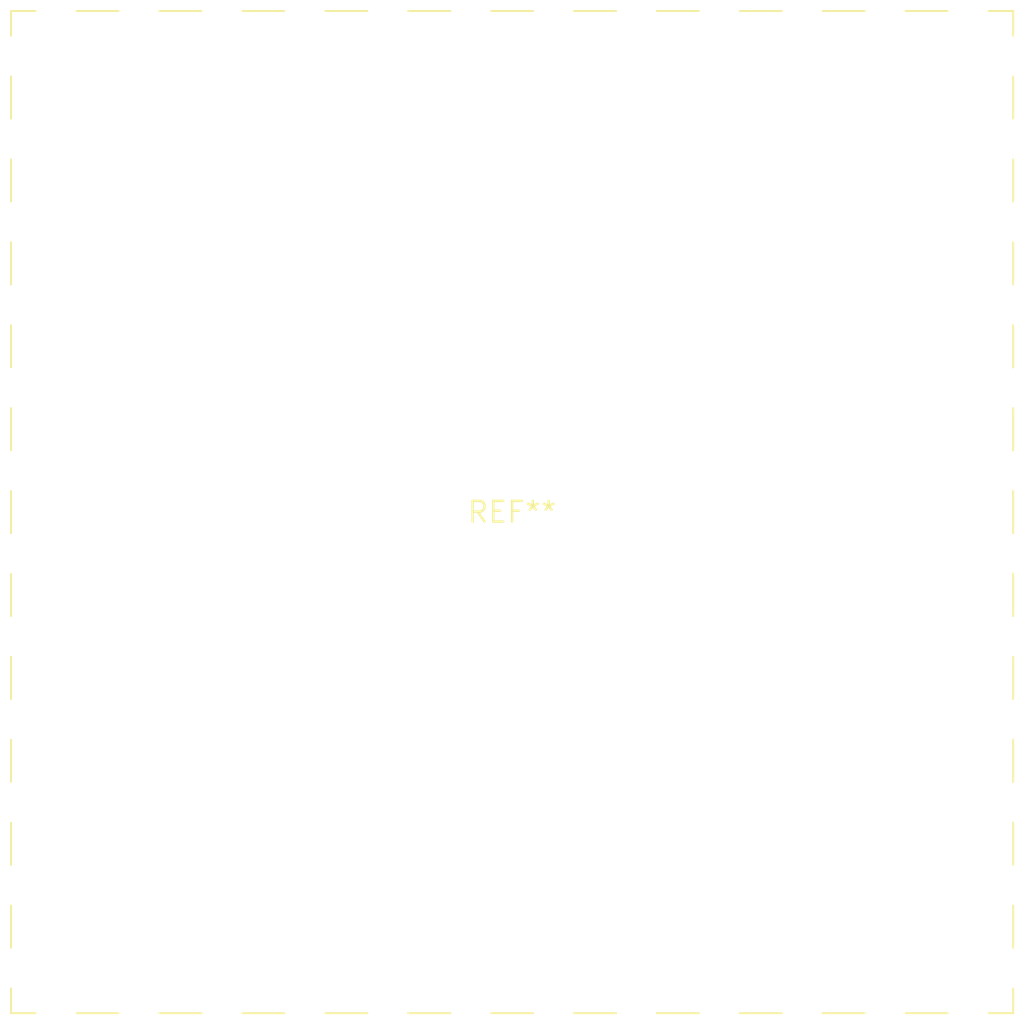
<source format=kicad_pcb>
(kicad_pcb (version 20240108) (generator pcbnew)
  (layers (0 "F.Cu" signal) (31 "B.Cu" signal) (34 "B.Paste" user) (35 "F.Paste" user) (36 "B.SilkS" user "B.Silkscreen") (37 "F.SilkS" user "F.Silkscreen") (38 "B.Mask" user) (39 "F.Mask" user) (44 "Edge.Cuts" user))
  (net 0 "")
  (footprint "Wuerth_36503605_60x60mm" (layer "F.Cu") (at 0 0)
    (property "Reference" "REF**")
    (property "Value" "Wuerth_36503605_60x60mm")
    (fp_line (start -30.7 -30.7) (end -29.19 -30.7) (layer "F.SilkS") (stroke (width 0.12)))
    (fp_line (start -30.7 -29.19) (end -30.7 -30.7) (layer "F.SilkS") (stroke (width 0.12)))
    (fp_line (start -30.7 -24.11) (end -30.7 -26.69) (layer "F.SilkS") (stroke (width 0.12)))
    (fp_line (start -30.7 -19.03) (end -30.7 -21.61) (layer "F.SilkS") (stroke (width 0.12)))
    (fp_line (start -30.7 -13.95) (end -30.7 -16.53) (layer "F.SilkS") (stroke (width 0.12)))
    (fp_line (start -30.7 -8.87) (end -30.7 -11.45) (layer "F.SilkS") (stroke (width 0.12)))
    (fp_line (start -30.7 -3.79) (end -30.7 -6.37) (layer "F.SilkS") (stroke (width 0.12)))
    (fp_line (start -30.7 -1.29) (end -30.7 1.29) (layer "F.SilkS") (stroke (width 0.12)))
    (fp_line (start -30.7 3.79) (end -30.7 6.37) (layer "F.SilkS") (stroke (width 0.12)))
    (fp_line (start -30.7 8.87) (end -30.7 11.45) (layer "F.SilkS") (stroke (width 0.12)))
    (fp_line (start -30.7 13.95) (end -30.7 16.53) (layer "F.SilkS") (stroke (width 0.12)))
    (fp_line (start -30.7 19.03) (end -30.7 21.61) (layer "F.SilkS") (stroke (width 0.12)))
    (fp_line (start -30.7 24.11) (end -30.7 26.69) (layer "F.SilkS") (stroke (width 0.12)))
    (fp_line (start -30.7 29.19) (end -30.7 30.7) (layer "F.SilkS") (stroke (width 0.12)))
    (fp_line (start -30.7 30.7) (end -29.19 30.7) (layer "F.SilkS") (stroke (width 0.12)))
    (fp_line (start -24.11 -30.7) (end -26.69 -30.7) (layer "F.SilkS") (stroke (width 0.12)))
    (fp_line (start -24.11 30.7) (end -26.69 30.7) (layer "F.SilkS") (stroke (width 0.12)))
    (fp_line (start -19.03 -30.7) (end -21.61 -30.7) (layer "F.SilkS") (stroke (width 0.12)))
    (fp_line (start -19.03 30.7) (end -21.61 30.7) (layer "F.SilkS") (stroke (width 0.12)))
    (fp_line (start -13.95 -30.7) (end -16.53 -30.7) (layer "F.SilkS") (stroke (width 0.12)))
    (fp_line (start -13.95 30.7) (end -16.53 30.7) (layer "F.SilkS") (stroke (width 0.12)))
    (fp_line (start -8.87 -30.7) (end -11.45 -30.7) (layer "F.SilkS") (stroke (width 0.12)))
    (fp_line (start -8.87 30.7) (end -11.45 30.7) (layer "F.SilkS") (stroke (width 0.12)))
    (fp_line (start -3.79 -30.7) (end -6.37 -30.7) (layer "F.SilkS") (stroke (width 0.12)))
    (fp_line (start -3.79 30.7) (end -6.37 30.7) (layer "F.SilkS") (stroke (width 0.12)))
    (fp_line (start 1.29 -30.7) (end -1.29 -30.7) (layer "F.SilkS") (stroke (width 0.12)))
    (fp_line (start 1.29 30.7) (end -1.29 30.7) (layer "F.SilkS") (stroke (width 0.12)))
    (fp_line (start 3.79 -30.7) (end 6.37 -30.7) (layer "F.SilkS") (stroke (width 0.12)))
    (fp_line (start 3.79 30.7) (end 6.37 30.7) (layer "F.SilkS") (stroke (width 0.12)))
    (fp_line (start 8.87 -30.7) (end 11.45 -30.7) (layer "F.SilkS") (stroke (width 0.12)))
    (fp_line (start 8.87 30.7) (end 11.45 30.7) (layer "F.SilkS") (stroke (width 0.12)))
    (fp_line (start 13.95 -30.7) (end 16.53 -30.7) (layer "F.SilkS") (stroke (width 0.12)))
    (fp_line (start 13.95 30.7) (end 16.53 30.7) (layer "F.SilkS") (stroke (width 0.12)))
    (fp_line (start 19.03 -30.7) (end 21.61 -30.7) (layer "F.SilkS") (stroke (width 0.12)))
    (fp_line (start 19.03 30.7) (end 21.61 30.7) (layer "F.SilkS") (stroke (width 0.12)))
    (fp_line (start 24.11 -30.7) (end 26.69 -30.7) (layer "F.SilkS") (stroke (width 0.12)))
    (fp_line (start 24.11 30.7) (end 26.69 30.7) (layer "F.SilkS") (stroke (width 0.12)))
    (fp_line (start 30.7 -30.7) (end 29.19 -30.7) (layer "F.SilkS") (stroke (width 0.12)))
    (fp_line (start 30.7 -29.19) (end 30.7 -30.7) (layer "F.SilkS") (stroke (width 0.12)))
    (fp_line (start 30.7 -24.11) (end 30.7 -26.69) (layer "F.SilkS") (stroke (width 0.12)))
    (fp_line (start 30.7 -19.03) (end 30.7 -21.61) (layer "F.SilkS") (stroke (width 0.12)))
    (fp_line (start 30.7 -13.95) (end 30.7 -16.53) (layer "F.SilkS") (stroke (width 0.12)))
    (fp_line (start 30.7 -8.87) (end 30.7 -11.45) (layer "F.SilkS") (stroke (width 0.12)))
    (fp_line (start 30.7 -3.79) (end 30.7 -6.37) (layer "F.SilkS") (stroke (width 0.12)))
    (fp_line (start 30.7 1.29) (end 30.7 -1.29) (layer "F.SilkS") (stroke (width 0.12)))
    (fp_line (start 30.7 3.79) (end 30.7 6.37) (layer "F.SilkS") (stroke (width 0.12)))
    (fp_line (start 30.7 8.87) (end 30.7 11.45) (layer "F.SilkS") (stroke (width 0.12)))
    (fp_line (start 30.7 13.95) (end 30.7 16.53) (layer "F.SilkS") (stroke (width 0.12)))
    (fp_line (start 30.7 19.03) (end 30.7 21.61) (layer "F.SilkS") (stroke (width 0.12)))
    (fp_line (start 30.7 24.11) (end 30.7 26.69) (layer "F.SilkS") (stroke (width 0.12)))
    (fp_line (start 30.7 29.19) (end 30.7 30.7) (layer "F.SilkS") (stroke (width 0.12)))
    (fp_line (start 30.7 30.7) (end 29.19 30.7) (layer "F.SilkS") (stroke (width 0.12)))
    (pad "1" thru_hole circle (at -30.25 -27.94) (size 1.7 1.7) (drill 1.1) (layers *.Cu *.Mask) (remove_unused_layers))
    (pad "1" thru_hole circle (at -30.25 -22.86) (size 1.7 1.7) (drill 1.1) (layers *.Cu *.Mask) (remove_unused_layers))
    (pad "1" thru_hole circle (at -30.25 -17.78) (size 1.7 1.7) (drill 1.1) (layers *.Cu *.Mask) (remove_unused_layers))
    (pad "1" thru_hole circle (at -30.25 -12.7) (size 1.7 1.7) (drill 1.1) (layers *.Cu *.Mask) (remove_unused_layers))
    (pad "1" thru_hole circle (at -30.25 -7.62) (size 1.7 1.7) (drill 1.1) (layers *.Cu *.Mask) (remove_unused_layers))
    (pad "1" thru_hole circle (at -30.25 -2.54) (size 1.7 1.7) (drill 1.1) (layers *.Cu *.Mask) (remove_unused_layers))
    (pad "1" thru_hole circle (at -30.25 2.54) (size 1.7 1.7) (drill 1.1) (layers *.Cu *.Mask) (remove_unused_layers))
    (pad "1" thru_hole circle (at -30.25 7.62) (size 1.7 1.7) (drill 1.1) (layers *.Cu *.Mask) (remove_unused_layers))
    (pad "1" thru_hole circle (at -30.25 12.7) (size 1.7 1.7) (drill 1.1) (layers *.Cu *.Mask) (remove_unused_layers))
    (pad "1" thru_hole circle (at -30.25 17.78) (size 1.7 1.7) (drill 1.1) (layers *.Cu *.Mask) (remove_unused_layers))
    (pad "1" thru_hole circle (at -30.25 22.86) (size 1.7 1.7) (drill 1.1) (layers *.Cu *.Mask) (remove_unused_layers))
    (pad "1" thru_hole circle (at -30.25 27.94) (size 1.7 1.7) (drill 1.1) (layers *.Cu *.Mask) (remove_unused_layers))
    (pad "1" thru_hole circle (at -27.94 -30.25) (size 1.7 1.7) (drill 1.1) (layers *.Cu *.Mask) (remove_unused_layers))
    (pad "1" thru_hole circle (at -27.94 30.25) (size 1.7 1.7) (drill 1.1) (layers *.Cu *.Mask) (remove_unused_layers))
    (pad "1" thru_hole circle (at -22.86 -30.25) (size 1.7 1.7) (drill 1.1) (layers *.Cu *.Mask) (remove_unused_layers))
    (pad "1" thru_hole circle (at -22.86 30.25) (size 1.7 1.7) (drill 1.1) (layers *.Cu *.Mask) (remove_unused_layers))
    (pad "1" thru_hole circle (at -17.78 -30.25) (size 1.7 1.7) (drill 1.1) (layers *.Cu *.Mask) (remove_unused_layers))
    (pad "1" thru_hole circle (at -17.78 30.25) (size 1.7 1.7) (drill 1.1) (layers *.Cu *.Mask) (remove_unused_layers))
    (pad "1" thru_hole circle (at -12.7 -30.25) (size 1.7 1.7) (drill 1.1) (layers *.Cu *.Mask) (remove_unused_layers))
    (pad "1" thru_hole circle (at -12.7 30.25) (size 1.7 1.7) (drill 1.1) (layers *.Cu *.Mask) (remove_unused_layers))
    (pad "1" thru_hole circle (at -7.62 -30.25) (size 1.7 1.7) (drill 1.1) (layers *.Cu *.Mask) (remove_unused_layers))
    (pad "1" thru_hole circle (at -7.62 30.25) (size 1.7 1.7) (drill 1.1) (layers *.Cu *.Mask) (remove_unused_layers))
    (pad "1" thru_hole circle (at -2.54 -30.25) (size 1.7 1.7) (drill 1.1) (layers *.Cu *.Mask) (remove_unused_layers))
    (pad "1" thru_hole circle (at -2.54 30.25) (size 1.7 1.7) (drill 1.1) (layers *.Cu *.Mask) (remove_unused_layers))
    (pad "1" thru_hole circle (at 2.54 -30.25) (size 1.7 1.7) (drill 1.1) (layers *.Cu *.Mask) (remove_unused_layers))
    (pad "1" thru_hole circle (at 2.54 30.25) (size 1.7 1.7) (drill 1.1) (layers *.Cu *.Mask) (remove_unused_layers))
    (pad "1" thru_hole circle (at 7.62 -30.25) (size 1.7 1.7) (drill 1.1) (layers *.Cu *.Mask) (remove_unused_layers))
    (pad "1" thru_hole circle (at 7.62 30.25) (size 1.7 1.7) (drill 1.1) (layers *.Cu *.Mask) (remove_unused_layers))
    (pad "1" thru_hole circle (at 12.7 -30.25) (size 1.7 1.7) (drill 1.1) (layers *.Cu *.Mask) (remove_unused_layers))
    (pad "1" thru_hole circle (at 12.7 30.25) (size 1.7 1.7) (drill 1.1) (layers *.Cu *.Mask) (remove_unused_layers))
    (pad "1" thru_hole circle (at 17.78 -30.25) (size 1.7 1.7) (drill 1.1) (layers *.Cu *.Mask) (remove_unused_layers))
    (pad "1" thru_hole circle (at 17.78 30.25) (size 1.7 1.7) (drill 1.1) (layers *.Cu *.Mask) (remove_unused_layers))
    (pad "1" thru_hole circle (at 22.86 -30.25) (size 1.7 1.7) (drill 1.1) (layers *.Cu *.Mask) (remove_unused_layers))
    (pad "1" thru_hole circle (at 22.86 30.25) (size 1.7 1.7) (drill 1.1) (layers *.Cu *.Mask) (remove_unused_layers))
    (pad "1" thru_hole circle (at 27.94 -30.25) (size 1.7 1.7) (drill 1.1) (layers *.Cu *.Mask) (remove_unused_layers))
    (pad "1" thru_hole circle (at 27.94 30.25) (size 1.7 1.7) (drill 1.1) (layers *.Cu *.Mask) (remove_unused_layers))
    (pad "1" thru_hole circle (at 30.25 -27.94) (size 1.7 1.7) (drill 1.1) (layers *.Cu *.Mask) (remove_unused_layers))
    (pad "1" thru_hole circle (at 30.25 -22.86) (size 1.7 1.7) (drill 1.1) (layers *.Cu *.Mask) (remove_unused_layers))
    (pad "1" thru_hole circle (at 30.25 -17.78) (size 1.7 1.7) (drill 1.1) (layers *.Cu *.Mask) (remove_unused_layers))
    (pad "1" thru_hole circle (at 30.25 -12.7) (size 1.7 1.7) (drill 1.1) (layers *.Cu *.Mask) (remove_unused_layers))
    (pad "1" thru_hole circle (at 30.25 -7.62) (size 1.7 1.7) (drill 1.1) (layers *.Cu *.Mask) (remove_unused_layers))
    (pad "1" thru_hole circle (at 30.25 -2.54) (size 1.7 1.7) (drill 1.1) (layers *.Cu *.Mask) (remove_unused_layers))
    (pad "1" thru_hole circle (at 30.25 2.54) (size 1.7 1.7) (drill 1.1) (layers *.Cu *.Mask) (remove_unused_layers))
    (pad "1" thru_hole circle (at 30.25 7.62) (size 1.7 1.7) (drill 1.1) (layers *.Cu *.Mask) (remove_unused_layers))
    (pad "1" thru_hole circle (at 30.25 12.7) (size 1.7 1.7) (drill 1.1) (layers *.Cu *.Mask) (remove_unused_layers))
    (pad "1" thru_hole circle (at 30.25 17.78) (size 1.7 1.7) (drill 1.1) (layers *.Cu *.Mask) (remove_unused_layers))
    (pad "1" thru_hole circle (at 30.25 22.86) (size 1.7 1.7) (drill 1.1) (layers *.Cu *.Mask) (remove_unused_layers))
    (pad "1" thru_hole circle (at 30.25 27.94) (size 1.7 1.7) (drill 1.1) (layers *.Cu *.Mask) (remove_unused_layers))
  )
)
</source>
